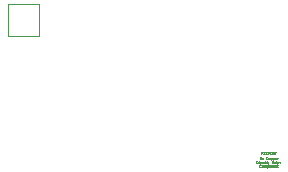
<source format=gbr>
%TF.GenerationSoftware,KiCad,Pcbnew,7.0.9*%
%TF.CreationDate,2023-12-19T02:47:06+01:00*%
%TF.ProjectId,biosensorbox,62696f73-656e-4736-9f72-626f782e6b69,rev?*%
%TF.SameCoordinates,Original*%
%TF.FileFunction,Other,Comment*%
%FSLAX46Y46*%
G04 Gerber Fmt 4.6, Leading zero omitted, Abs format (unit mm)*
G04 Created by KiCad (PCBNEW 7.0.9) date 2023-12-19 02:47:06*
%MOMM*%
%LPD*%
G01*
G04 APERTURE LIST*
%ADD10C,0.040000*%
%ADD11C,0.120000*%
G04 APERTURE END LIST*
D10*
X153469353Y-87034443D02*
X153469353Y-86834443D01*
X153583638Y-87034443D02*
X153497924Y-86920158D01*
X153583638Y-86834443D02*
X153469353Y-86948729D01*
X153669353Y-86929681D02*
X153736019Y-86929681D01*
X153764591Y-87034443D02*
X153669353Y-87034443D01*
X153669353Y-87034443D02*
X153669353Y-86834443D01*
X153669353Y-86834443D02*
X153764591Y-86834443D01*
X153850305Y-86929681D02*
X153916971Y-86929681D01*
X153945543Y-87034443D02*
X153850305Y-87034443D01*
X153850305Y-87034443D02*
X153850305Y-86834443D01*
X153850305Y-86834443D02*
X153945543Y-86834443D01*
X154031257Y-87034443D02*
X154031257Y-86834443D01*
X154031257Y-86834443D02*
X154107447Y-86834443D01*
X154107447Y-86834443D02*
X154126495Y-86843967D01*
X154126495Y-86843967D02*
X154136018Y-86853491D01*
X154136018Y-86853491D02*
X154145542Y-86872539D01*
X154145542Y-86872539D02*
X154145542Y-86901110D01*
X154145542Y-86901110D02*
X154136018Y-86920158D01*
X154136018Y-86920158D02*
X154126495Y-86929681D01*
X154126495Y-86929681D02*
X154107447Y-86939205D01*
X154107447Y-86939205D02*
X154031257Y-86939205D01*
X154269352Y-86834443D02*
X154307447Y-86834443D01*
X154307447Y-86834443D02*
X154326495Y-86843967D01*
X154326495Y-86843967D02*
X154345542Y-86863015D01*
X154345542Y-86863015D02*
X154355066Y-86901110D01*
X154355066Y-86901110D02*
X154355066Y-86967777D01*
X154355066Y-86967777D02*
X154345542Y-87005872D01*
X154345542Y-87005872D02*
X154326495Y-87024920D01*
X154326495Y-87024920D02*
X154307447Y-87034443D01*
X154307447Y-87034443D02*
X154269352Y-87034443D01*
X154269352Y-87034443D02*
X154250304Y-87024920D01*
X154250304Y-87024920D02*
X154231257Y-87005872D01*
X154231257Y-87005872D02*
X154221733Y-86967777D01*
X154221733Y-86967777D02*
X154221733Y-86901110D01*
X154221733Y-86901110D02*
X154231257Y-86863015D01*
X154231257Y-86863015D02*
X154250304Y-86843967D01*
X154250304Y-86843967D02*
X154269352Y-86834443D01*
X154440781Y-86834443D02*
X154440781Y-86996348D01*
X154440781Y-86996348D02*
X154450304Y-87015396D01*
X154450304Y-87015396D02*
X154459828Y-87024920D01*
X154459828Y-87024920D02*
X154478876Y-87034443D01*
X154478876Y-87034443D02*
X154516971Y-87034443D01*
X154516971Y-87034443D02*
X154536019Y-87024920D01*
X154536019Y-87024920D02*
X154545542Y-87015396D01*
X154545542Y-87015396D02*
X154555066Y-86996348D01*
X154555066Y-86996348D02*
X154555066Y-86834443D01*
X154621733Y-86834443D02*
X154736019Y-86834443D01*
X154678876Y-87034443D02*
X154678876Y-86834443D01*
X153421733Y-88065396D02*
X153412209Y-88074920D01*
X153412209Y-88074920D02*
X153383638Y-88084443D01*
X153383638Y-88084443D02*
X153364590Y-88084443D01*
X153364590Y-88084443D02*
X153336019Y-88074920D01*
X153336019Y-88074920D02*
X153316971Y-88055872D01*
X153316971Y-88055872D02*
X153307448Y-88036824D01*
X153307448Y-88036824D02*
X153297924Y-87998729D01*
X153297924Y-87998729D02*
X153297924Y-87970158D01*
X153297924Y-87970158D02*
X153307448Y-87932062D01*
X153307448Y-87932062D02*
X153316971Y-87913015D01*
X153316971Y-87913015D02*
X153336019Y-87893967D01*
X153336019Y-87893967D02*
X153364590Y-87884443D01*
X153364590Y-87884443D02*
X153383638Y-87884443D01*
X153383638Y-87884443D02*
X153412209Y-87893967D01*
X153412209Y-87893967D02*
X153421733Y-87903491D01*
X153536019Y-88084443D02*
X153516971Y-88074920D01*
X153516971Y-88074920D02*
X153507448Y-88065396D01*
X153507448Y-88065396D02*
X153497924Y-88046348D01*
X153497924Y-88046348D02*
X153497924Y-87989205D01*
X153497924Y-87989205D02*
X153507448Y-87970158D01*
X153507448Y-87970158D02*
X153516971Y-87960634D01*
X153516971Y-87960634D02*
X153536019Y-87951110D01*
X153536019Y-87951110D02*
X153564590Y-87951110D01*
X153564590Y-87951110D02*
X153583638Y-87960634D01*
X153583638Y-87960634D02*
X153593162Y-87970158D01*
X153593162Y-87970158D02*
X153602686Y-87989205D01*
X153602686Y-87989205D02*
X153602686Y-88046348D01*
X153602686Y-88046348D02*
X153593162Y-88065396D01*
X153593162Y-88065396D02*
X153583638Y-88074920D01*
X153583638Y-88074920D02*
X153564590Y-88084443D01*
X153564590Y-88084443D02*
X153536019Y-88084443D01*
X153688400Y-88084443D02*
X153688400Y-87951110D01*
X153688400Y-87970158D02*
X153697923Y-87960634D01*
X153697923Y-87960634D02*
X153716971Y-87951110D01*
X153716971Y-87951110D02*
X153745542Y-87951110D01*
X153745542Y-87951110D02*
X153764590Y-87960634D01*
X153764590Y-87960634D02*
X153774114Y-87979681D01*
X153774114Y-87979681D02*
X153774114Y-88084443D01*
X153774114Y-87979681D02*
X153783638Y-87960634D01*
X153783638Y-87960634D02*
X153802685Y-87951110D01*
X153802685Y-87951110D02*
X153831257Y-87951110D01*
X153831257Y-87951110D02*
X153850304Y-87960634D01*
X153850304Y-87960634D02*
X153859828Y-87979681D01*
X153859828Y-87979681D02*
X153859828Y-88084443D01*
X153955067Y-87951110D02*
X153955067Y-88151110D01*
X153955067Y-87960634D02*
X153974114Y-87951110D01*
X153974114Y-87951110D02*
X154012209Y-87951110D01*
X154012209Y-87951110D02*
X154031257Y-87960634D01*
X154031257Y-87960634D02*
X154040781Y-87970158D01*
X154040781Y-87970158D02*
X154050305Y-87989205D01*
X154050305Y-87989205D02*
X154050305Y-88046348D01*
X154050305Y-88046348D02*
X154040781Y-88065396D01*
X154040781Y-88065396D02*
X154031257Y-88074920D01*
X154031257Y-88074920D02*
X154012209Y-88084443D01*
X154012209Y-88084443D02*
X153974114Y-88084443D01*
X153974114Y-88084443D02*
X153955067Y-88074920D01*
X154164590Y-88084443D02*
X154145542Y-88074920D01*
X154145542Y-88074920D02*
X154136019Y-88065396D01*
X154136019Y-88065396D02*
X154126495Y-88046348D01*
X154126495Y-88046348D02*
X154126495Y-87989205D01*
X154126495Y-87989205D02*
X154136019Y-87970158D01*
X154136019Y-87970158D02*
X154145542Y-87960634D01*
X154145542Y-87960634D02*
X154164590Y-87951110D01*
X154164590Y-87951110D02*
X154193161Y-87951110D01*
X154193161Y-87951110D02*
X154212209Y-87960634D01*
X154212209Y-87960634D02*
X154221733Y-87970158D01*
X154221733Y-87970158D02*
X154231257Y-87989205D01*
X154231257Y-87989205D02*
X154231257Y-88046348D01*
X154231257Y-88046348D02*
X154221733Y-88065396D01*
X154221733Y-88065396D02*
X154212209Y-88074920D01*
X154212209Y-88074920D02*
X154193161Y-88084443D01*
X154193161Y-88084443D02*
X154164590Y-88084443D01*
X154316971Y-87951110D02*
X154316971Y-88084443D01*
X154316971Y-87970158D02*
X154326494Y-87960634D01*
X154326494Y-87960634D02*
X154345542Y-87951110D01*
X154345542Y-87951110D02*
X154374113Y-87951110D01*
X154374113Y-87951110D02*
X154393161Y-87960634D01*
X154393161Y-87960634D02*
X154402685Y-87979681D01*
X154402685Y-87979681D02*
X154402685Y-88084443D01*
X154574113Y-88074920D02*
X154555065Y-88084443D01*
X154555065Y-88084443D02*
X154516970Y-88084443D01*
X154516970Y-88084443D02*
X154497923Y-88074920D01*
X154497923Y-88074920D02*
X154488399Y-88055872D01*
X154488399Y-88055872D02*
X154488399Y-87979681D01*
X154488399Y-87979681D02*
X154497923Y-87960634D01*
X154497923Y-87960634D02*
X154516970Y-87951110D01*
X154516970Y-87951110D02*
X154555065Y-87951110D01*
X154555065Y-87951110D02*
X154574113Y-87960634D01*
X154574113Y-87960634D02*
X154583637Y-87979681D01*
X154583637Y-87979681D02*
X154583637Y-87998729D01*
X154583637Y-87998729D02*
X154488399Y-88017777D01*
X154669352Y-87951110D02*
X154669352Y-88084443D01*
X154669352Y-87970158D02*
X154678875Y-87960634D01*
X154678875Y-87960634D02*
X154697923Y-87951110D01*
X154697923Y-87951110D02*
X154726494Y-87951110D01*
X154726494Y-87951110D02*
X154745542Y-87960634D01*
X154745542Y-87960634D02*
X154755066Y-87979681D01*
X154755066Y-87979681D02*
X154755066Y-88084443D01*
X154821732Y-87951110D02*
X154897923Y-87951110D01*
X154850304Y-87884443D02*
X154850304Y-88055872D01*
X154850304Y-88055872D02*
X154859827Y-88074920D01*
X154859827Y-88074920D02*
X154878875Y-88084443D01*
X154878875Y-88084443D02*
X154897923Y-88084443D01*
X153059828Y-87784443D02*
X153059828Y-87584443D01*
X153059828Y-87584443D02*
X153107447Y-87584443D01*
X153107447Y-87584443D02*
X153136018Y-87593967D01*
X153136018Y-87593967D02*
X153155066Y-87613015D01*
X153155066Y-87613015D02*
X153164589Y-87632062D01*
X153164589Y-87632062D02*
X153174113Y-87670158D01*
X153174113Y-87670158D02*
X153174113Y-87698729D01*
X153174113Y-87698729D02*
X153164589Y-87736824D01*
X153164589Y-87736824D02*
X153155066Y-87755872D01*
X153155066Y-87755872D02*
X153136018Y-87774920D01*
X153136018Y-87774920D02*
X153107447Y-87784443D01*
X153107447Y-87784443D02*
X153059828Y-87784443D01*
X153259828Y-87784443D02*
X153259828Y-87651110D01*
X153259828Y-87584443D02*
X153250304Y-87593967D01*
X153250304Y-87593967D02*
X153259828Y-87603491D01*
X153259828Y-87603491D02*
X153269351Y-87593967D01*
X153269351Y-87593967D02*
X153259828Y-87584443D01*
X153259828Y-87584443D02*
X153259828Y-87603491D01*
X153355066Y-87784443D02*
X153355066Y-87651110D01*
X153355066Y-87689205D02*
X153364589Y-87670158D01*
X153364589Y-87670158D02*
X153374113Y-87660634D01*
X153374113Y-87660634D02*
X153393161Y-87651110D01*
X153393161Y-87651110D02*
X153412208Y-87651110D01*
X153555066Y-87774920D02*
X153536018Y-87784443D01*
X153536018Y-87784443D02*
X153497923Y-87784443D01*
X153497923Y-87784443D02*
X153478876Y-87774920D01*
X153478876Y-87774920D02*
X153469352Y-87755872D01*
X153469352Y-87755872D02*
X153469352Y-87679681D01*
X153469352Y-87679681D02*
X153478876Y-87660634D01*
X153478876Y-87660634D02*
X153497923Y-87651110D01*
X153497923Y-87651110D02*
X153536018Y-87651110D01*
X153536018Y-87651110D02*
X153555066Y-87660634D01*
X153555066Y-87660634D02*
X153564590Y-87679681D01*
X153564590Y-87679681D02*
X153564590Y-87698729D01*
X153564590Y-87698729D02*
X153469352Y-87717777D01*
X153736019Y-87774920D02*
X153716971Y-87784443D01*
X153716971Y-87784443D02*
X153678876Y-87784443D01*
X153678876Y-87784443D02*
X153659828Y-87774920D01*
X153659828Y-87774920D02*
X153650305Y-87765396D01*
X153650305Y-87765396D02*
X153640781Y-87746348D01*
X153640781Y-87746348D02*
X153640781Y-87689205D01*
X153640781Y-87689205D02*
X153650305Y-87670158D01*
X153650305Y-87670158D02*
X153659828Y-87660634D01*
X153659828Y-87660634D02*
X153678876Y-87651110D01*
X153678876Y-87651110D02*
X153716971Y-87651110D01*
X153716971Y-87651110D02*
X153736019Y-87660634D01*
X153793162Y-87651110D02*
X153869353Y-87651110D01*
X153821734Y-87584443D02*
X153821734Y-87755872D01*
X153821734Y-87755872D02*
X153831257Y-87774920D01*
X153831257Y-87774920D02*
X153850305Y-87784443D01*
X153850305Y-87784443D02*
X153869353Y-87784443D01*
X153964591Y-87784443D02*
X153945543Y-87774920D01*
X153945543Y-87774920D02*
X153936020Y-87755872D01*
X153936020Y-87755872D02*
X153936020Y-87584443D01*
X154021734Y-87651110D02*
X154069353Y-87784443D01*
X154116972Y-87651110D02*
X154069353Y-87784443D01*
X154069353Y-87784443D02*
X154050305Y-87832062D01*
X154050305Y-87832062D02*
X154040782Y-87841586D01*
X154040782Y-87841586D02*
X154021734Y-87851110D01*
X154412210Y-87679681D02*
X154440782Y-87689205D01*
X154440782Y-87689205D02*
X154450305Y-87698729D01*
X154450305Y-87698729D02*
X154459829Y-87717777D01*
X154459829Y-87717777D02*
X154459829Y-87746348D01*
X154459829Y-87746348D02*
X154450305Y-87765396D01*
X154450305Y-87765396D02*
X154440782Y-87774920D01*
X154440782Y-87774920D02*
X154421734Y-87784443D01*
X154421734Y-87784443D02*
X154345544Y-87784443D01*
X154345544Y-87784443D02*
X154345544Y-87584443D01*
X154345544Y-87584443D02*
X154412210Y-87584443D01*
X154412210Y-87584443D02*
X154431258Y-87593967D01*
X154431258Y-87593967D02*
X154440782Y-87603491D01*
X154440782Y-87603491D02*
X154450305Y-87622539D01*
X154450305Y-87622539D02*
X154450305Y-87641586D01*
X154450305Y-87641586D02*
X154440782Y-87660634D01*
X154440782Y-87660634D02*
X154431258Y-87670158D01*
X154431258Y-87670158D02*
X154412210Y-87679681D01*
X154412210Y-87679681D02*
X154345544Y-87679681D01*
X154621734Y-87774920D02*
X154602686Y-87784443D01*
X154602686Y-87784443D02*
X154564591Y-87784443D01*
X154564591Y-87784443D02*
X154545544Y-87774920D01*
X154545544Y-87774920D02*
X154536020Y-87755872D01*
X154536020Y-87755872D02*
X154536020Y-87679681D01*
X154536020Y-87679681D02*
X154545544Y-87660634D01*
X154545544Y-87660634D02*
X154564591Y-87651110D01*
X154564591Y-87651110D02*
X154602686Y-87651110D01*
X154602686Y-87651110D02*
X154621734Y-87660634D01*
X154621734Y-87660634D02*
X154631258Y-87679681D01*
X154631258Y-87679681D02*
X154631258Y-87698729D01*
X154631258Y-87698729D02*
X154536020Y-87717777D01*
X154745544Y-87784443D02*
X154726496Y-87774920D01*
X154726496Y-87774920D02*
X154716973Y-87755872D01*
X154716973Y-87755872D02*
X154716973Y-87584443D01*
X154850306Y-87784443D02*
X154831258Y-87774920D01*
X154831258Y-87774920D02*
X154821735Y-87765396D01*
X154821735Y-87765396D02*
X154812211Y-87746348D01*
X154812211Y-87746348D02*
X154812211Y-87689205D01*
X154812211Y-87689205D02*
X154821735Y-87670158D01*
X154821735Y-87670158D02*
X154831258Y-87660634D01*
X154831258Y-87660634D02*
X154850306Y-87651110D01*
X154850306Y-87651110D02*
X154878877Y-87651110D01*
X154878877Y-87651110D02*
X154897925Y-87660634D01*
X154897925Y-87660634D02*
X154907449Y-87670158D01*
X154907449Y-87670158D02*
X154916973Y-87689205D01*
X154916973Y-87689205D02*
X154916973Y-87746348D01*
X154916973Y-87746348D02*
X154907449Y-87765396D01*
X154907449Y-87765396D02*
X154897925Y-87774920D01*
X154897925Y-87774920D02*
X154878877Y-87784443D01*
X154878877Y-87784443D02*
X154850306Y-87784443D01*
X154983639Y-87651110D02*
X155021734Y-87784443D01*
X155021734Y-87784443D02*
X155059829Y-87689205D01*
X155059829Y-87689205D02*
X155097925Y-87784443D01*
X155097925Y-87784443D02*
X155136020Y-87651110D01*
X153345543Y-87434443D02*
X153345543Y-87234443D01*
X153345543Y-87234443D02*
X153459828Y-87434443D01*
X153459828Y-87434443D02*
X153459828Y-87234443D01*
X153583638Y-87434443D02*
X153564590Y-87424920D01*
X153564590Y-87424920D02*
X153555067Y-87415396D01*
X153555067Y-87415396D02*
X153545543Y-87396348D01*
X153545543Y-87396348D02*
X153545543Y-87339205D01*
X153545543Y-87339205D02*
X153555067Y-87320158D01*
X153555067Y-87320158D02*
X153564590Y-87310634D01*
X153564590Y-87310634D02*
X153583638Y-87301110D01*
X153583638Y-87301110D02*
X153612209Y-87301110D01*
X153612209Y-87301110D02*
X153631257Y-87310634D01*
X153631257Y-87310634D02*
X153640781Y-87320158D01*
X153640781Y-87320158D02*
X153650305Y-87339205D01*
X153650305Y-87339205D02*
X153650305Y-87396348D01*
X153650305Y-87396348D02*
X153640781Y-87415396D01*
X153640781Y-87415396D02*
X153631257Y-87424920D01*
X153631257Y-87424920D02*
X153612209Y-87434443D01*
X153612209Y-87434443D02*
X153583638Y-87434443D01*
X154002685Y-87415396D02*
X153993161Y-87424920D01*
X153993161Y-87424920D02*
X153964590Y-87434443D01*
X153964590Y-87434443D02*
X153945542Y-87434443D01*
X153945542Y-87434443D02*
X153916971Y-87424920D01*
X153916971Y-87424920D02*
X153897923Y-87405872D01*
X153897923Y-87405872D02*
X153888400Y-87386824D01*
X153888400Y-87386824D02*
X153878876Y-87348729D01*
X153878876Y-87348729D02*
X153878876Y-87320158D01*
X153878876Y-87320158D02*
X153888400Y-87282062D01*
X153888400Y-87282062D02*
X153897923Y-87263015D01*
X153897923Y-87263015D02*
X153916971Y-87243967D01*
X153916971Y-87243967D02*
X153945542Y-87234443D01*
X153945542Y-87234443D02*
X153964590Y-87234443D01*
X153964590Y-87234443D02*
X153993161Y-87243967D01*
X153993161Y-87243967D02*
X154002685Y-87253491D01*
X154116971Y-87434443D02*
X154097923Y-87424920D01*
X154097923Y-87424920D02*
X154088400Y-87415396D01*
X154088400Y-87415396D02*
X154078876Y-87396348D01*
X154078876Y-87396348D02*
X154078876Y-87339205D01*
X154078876Y-87339205D02*
X154088400Y-87320158D01*
X154088400Y-87320158D02*
X154097923Y-87310634D01*
X154097923Y-87310634D02*
X154116971Y-87301110D01*
X154116971Y-87301110D02*
X154145542Y-87301110D01*
X154145542Y-87301110D02*
X154164590Y-87310634D01*
X154164590Y-87310634D02*
X154174114Y-87320158D01*
X154174114Y-87320158D02*
X154183638Y-87339205D01*
X154183638Y-87339205D02*
X154183638Y-87396348D01*
X154183638Y-87396348D02*
X154174114Y-87415396D01*
X154174114Y-87415396D02*
X154164590Y-87424920D01*
X154164590Y-87424920D02*
X154145542Y-87434443D01*
X154145542Y-87434443D02*
X154116971Y-87434443D01*
X154269352Y-87301110D02*
X154269352Y-87501110D01*
X154269352Y-87310634D02*
X154288399Y-87301110D01*
X154288399Y-87301110D02*
X154326494Y-87301110D01*
X154326494Y-87301110D02*
X154345542Y-87310634D01*
X154345542Y-87310634D02*
X154355066Y-87320158D01*
X154355066Y-87320158D02*
X154364590Y-87339205D01*
X154364590Y-87339205D02*
X154364590Y-87396348D01*
X154364590Y-87396348D02*
X154355066Y-87415396D01*
X154355066Y-87415396D02*
X154345542Y-87424920D01*
X154345542Y-87424920D02*
X154326494Y-87434443D01*
X154326494Y-87434443D02*
X154288399Y-87434443D01*
X154288399Y-87434443D02*
X154269352Y-87424920D01*
X154450304Y-87301110D02*
X154450304Y-87501110D01*
X154450304Y-87310634D02*
X154469351Y-87301110D01*
X154469351Y-87301110D02*
X154507446Y-87301110D01*
X154507446Y-87301110D02*
X154526494Y-87310634D01*
X154526494Y-87310634D02*
X154536018Y-87320158D01*
X154536018Y-87320158D02*
X154545542Y-87339205D01*
X154545542Y-87339205D02*
X154545542Y-87396348D01*
X154545542Y-87396348D02*
X154536018Y-87415396D01*
X154536018Y-87415396D02*
X154526494Y-87424920D01*
X154526494Y-87424920D02*
X154507446Y-87434443D01*
X154507446Y-87434443D02*
X154469351Y-87434443D01*
X154469351Y-87434443D02*
X154450304Y-87424920D01*
X154707446Y-87424920D02*
X154688398Y-87434443D01*
X154688398Y-87434443D02*
X154650303Y-87434443D01*
X154650303Y-87434443D02*
X154631256Y-87424920D01*
X154631256Y-87424920D02*
X154621732Y-87405872D01*
X154621732Y-87405872D02*
X154621732Y-87329681D01*
X154621732Y-87329681D02*
X154631256Y-87310634D01*
X154631256Y-87310634D02*
X154650303Y-87301110D01*
X154650303Y-87301110D02*
X154688398Y-87301110D01*
X154688398Y-87301110D02*
X154707446Y-87310634D01*
X154707446Y-87310634D02*
X154716970Y-87329681D01*
X154716970Y-87329681D02*
X154716970Y-87348729D01*
X154716970Y-87348729D02*
X154621732Y-87367777D01*
X154802685Y-87434443D02*
X154802685Y-87301110D01*
X154802685Y-87339205D02*
X154812208Y-87320158D01*
X154812208Y-87320158D02*
X154821732Y-87310634D01*
X154821732Y-87310634D02*
X154840780Y-87301110D01*
X154840780Y-87301110D02*
X154859827Y-87301110D01*
D11*
%TO.C,D5*%
X134648400Y-74316200D02*
X131998400Y-74316200D01*
X131998400Y-74316200D02*
X131998400Y-76966200D01*
X131998400Y-76966200D02*
X134648400Y-76966200D01*
X134648400Y-76966200D02*
X134648400Y-74316200D01*
%TD*%
M02*

</source>
